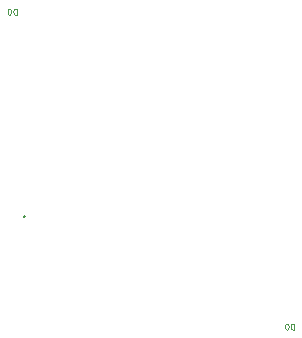
<source format=gbo>
G04 #@! TF.GenerationSoftware,KiCad,Pcbnew,7.0.1*
G04 #@! TF.CreationDate,2023-03-21T23:46:41-06:00*
G04 #@! TF.ProjectId,Arm_PCB,41726d5f-5043-4422-9e6b-696361645f70,rev?*
G04 #@! TF.SameCoordinates,Original*
G04 #@! TF.FileFunction,Legend,Bot*
G04 #@! TF.FilePolarity,Positive*
%FSLAX46Y46*%
G04 Gerber Fmt 4.6, Leading zero omitted, Abs format (unit mm)*
G04 Created by KiCad (PCBNEW 7.0.1) date 2023-03-21 23:46:41*
%MOMM*%
%LPD*%
G01*
G04 APERTURE LIST*
%ADD10C,0.075000*%
%ADD11C,0.150000*%
%ADD12C,4.300000*%
%ADD13R,3.000000X3.000000*%
%ADD14C,3.000000*%
%ADD15C,5.000000*%
%ADD16C,1.500000*%
%ADD17R,1.700000X1.700000*%
%ADD18O,1.700000X1.700000*%
%ADD19C,2.000000*%
%ADD20C,5.500000*%
%ADD21C,1.800000*%
%ADD22C,1.727200*%
%ADD23R,1.727200X1.727200*%
%ADD24R,2.000000X2.000000*%
%ADD25C,3.200000*%
%ADD26O,1.727200X1.727200*%
G04 APERTURE END LIST*
D10*
X228334047Y-169141309D02*
X228334047Y-168641309D01*
X228334047Y-168641309D02*
X228214999Y-168641309D01*
X228214999Y-168641309D02*
X228143571Y-168665119D01*
X228143571Y-168665119D02*
X228095952Y-168712738D01*
X228095952Y-168712738D02*
X228072142Y-168760357D01*
X228072142Y-168760357D02*
X228048333Y-168855595D01*
X228048333Y-168855595D02*
X228048333Y-168927023D01*
X228048333Y-168927023D02*
X228072142Y-169022261D01*
X228072142Y-169022261D02*
X228095952Y-169069880D01*
X228095952Y-169069880D02*
X228143571Y-169117500D01*
X228143571Y-169117500D02*
X228214999Y-169141309D01*
X228214999Y-169141309D02*
X228334047Y-169141309D01*
X227738809Y-168641309D02*
X227691190Y-168641309D01*
X227691190Y-168641309D02*
X227643571Y-168665119D01*
X227643571Y-168665119D02*
X227619761Y-168688928D01*
X227619761Y-168688928D02*
X227595952Y-168736547D01*
X227595952Y-168736547D02*
X227572142Y-168831785D01*
X227572142Y-168831785D02*
X227572142Y-168950833D01*
X227572142Y-168950833D02*
X227595952Y-169046071D01*
X227595952Y-169046071D02*
X227619761Y-169093690D01*
X227619761Y-169093690D02*
X227643571Y-169117500D01*
X227643571Y-169117500D02*
X227691190Y-169141309D01*
X227691190Y-169141309D02*
X227738809Y-169141309D01*
X227738809Y-169141309D02*
X227786428Y-169117500D01*
X227786428Y-169117500D02*
X227810237Y-169093690D01*
X227810237Y-169093690D02*
X227834047Y-169046071D01*
X227834047Y-169046071D02*
X227857856Y-168950833D01*
X227857856Y-168950833D02*
X227857856Y-168831785D01*
X227857856Y-168831785D02*
X227834047Y-168736547D01*
X227834047Y-168736547D02*
X227810237Y-168688928D01*
X227810237Y-168688928D02*
X227786428Y-168665119D01*
X227786428Y-168665119D02*
X227738809Y-168641309D01*
X204839047Y-142471309D02*
X204839047Y-141971309D01*
X204839047Y-141971309D02*
X204719999Y-141971309D01*
X204719999Y-141971309D02*
X204648571Y-141995119D01*
X204648571Y-141995119D02*
X204600952Y-142042738D01*
X204600952Y-142042738D02*
X204577142Y-142090357D01*
X204577142Y-142090357D02*
X204553333Y-142185595D01*
X204553333Y-142185595D02*
X204553333Y-142257023D01*
X204553333Y-142257023D02*
X204577142Y-142352261D01*
X204577142Y-142352261D02*
X204600952Y-142399880D01*
X204600952Y-142399880D02*
X204648571Y-142447500D01*
X204648571Y-142447500D02*
X204719999Y-142471309D01*
X204719999Y-142471309D02*
X204839047Y-142471309D01*
X204243809Y-141971309D02*
X204196190Y-141971309D01*
X204196190Y-141971309D02*
X204148571Y-141995119D01*
X204148571Y-141995119D02*
X204124761Y-142018928D01*
X204124761Y-142018928D02*
X204100952Y-142066547D01*
X204100952Y-142066547D02*
X204077142Y-142161785D01*
X204077142Y-142161785D02*
X204077142Y-142280833D01*
X204077142Y-142280833D02*
X204100952Y-142376071D01*
X204100952Y-142376071D02*
X204124761Y-142423690D01*
X204124761Y-142423690D02*
X204148571Y-142447500D01*
X204148571Y-142447500D02*
X204196190Y-142471309D01*
X204196190Y-142471309D02*
X204243809Y-142471309D01*
X204243809Y-142471309D02*
X204291428Y-142447500D01*
X204291428Y-142447500D02*
X204315237Y-142423690D01*
X204315237Y-142423690D02*
X204339047Y-142376071D01*
X204339047Y-142376071D02*
X204362856Y-142280833D01*
X204362856Y-142280833D02*
X204362856Y-142161785D01*
X204362856Y-142161785D02*
X204339047Y-142066547D01*
X204339047Y-142066547D02*
X204315237Y-142018928D01*
X204315237Y-142018928D02*
X204291428Y-141995119D01*
X204291428Y-141995119D02*
X204243809Y-141971309D01*
D11*
X205485999Y-159498380D02*
X205438380Y-159546000D01*
X205438380Y-159546000D02*
X205485999Y-159593619D01*
X205485999Y-159593619D02*
X205533618Y-159546000D01*
X205533618Y-159546000D02*
X205485999Y-159498380D01*
X205485999Y-159498380D02*
X205485999Y-159593619D01*
%LPC*%
D12*
X54610000Y-182880000D03*
D13*
X183515000Y-45720000D03*
D14*
X178435000Y-45720000D03*
D15*
X241055000Y-54400000D03*
X241055000Y-123400000D03*
X284055000Y-54400000D03*
X284055000Y-123400000D03*
D13*
X275255000Y-45720000D03*
X270175000Y-45720000D03*
D16*
X254935000Y-130580000D03*
D13*
X254935000Y-132080000D03*
D16*
X249855000Y-130580000D03*
D13*
X249855000Y-132080000D03*
D16*
X275255000Y-130580000D03*
D13*
X275255000Y-132080000D03*
D16*
X270175000Y-130580000D03*
D13*
X270175000Y-132080000D03*
D16*
X265095000Y-130580000D03*
D13*
X265095000Y-132080000D03*
D16*
X260015000Y-130580000D03*
D13*
X260015000Y-132080000D03*
X265095000Y-45720000D03*
X260015000Y-45720000D03*
X254935000Y-45720000D03*
X249855000Y-45720000D03*
D12*
X368300000Y-58420000D03*
D15*
X292155000Y-54400000D03*
X292155000Y-123400000D03*
X335155000Y-54400000D03*
X335155000Y-123400000D03*
D13*
X326355000Y-45720000D03*
X321275000Y-45720000D03*
D16*
X306035000Y-130580000D03*
D13*
X306035000Y-132080000D03*
D16*
X300955000Y-130580000D03*
D13*
X300955000Y-132080000D03*
D16*
X326355000Y-130580000D03*
D13*
X326355000Y-132080000D03*
D16*
X321275000Y-130580000D03*
D13*
X321275000Y-132080000D03*
D16*
X316195000Y-130580000D03*
D13*
X316195000Y-132080000D03*
D16*
X311115000Y-130580000D03*
D13*
X311115000Y-132080000D03*
X316195000Y-45720000D03*
X311115000Y-45720000D03*
X306035000Y-45720000D03*
X300955000Y-45720000D03*
D12*
X370840000Y-186690000D03*
X142240000Y-91440000D03*
D17*
X281315000Y-165740000D03*
D18*
X281315000Y-163200000D03*
X283855000Y-165740000D03*
X283855000Y-163200000D03*
X286395000Y-165740000D03*
X286395000Y-163200000D03*
X288935000Y-165740000D03*
X288935000Y-163200000D03*
D17*
X297825000Y-165740000D03*
D18*
X297825000Y-163200000D03*
X300365000Y-165740000D03*
X300365000Y-163200000D03*
X302905000Y-165740000D03*
X302905000Y-163200000D03*
X305445000Y-165740000D03*
X305445000Y-163200000D03*
D17*
X103505000Y-183515000D03*
D18*
X106045000Y-183515000D03*
D13*
X285115000Y-45720000D03*
D14*
X280035000Y-45720000D03*
D19*
X364415000Y-170180000D03*
X370915000Y-170180000D03*
X364415000Y-174680000D03*
X370915000Y-174680000D03*
D17*
X99060000Y-160020000D03*
D18*
X101600000Y-160020000D03*
X99060000Y-162560000D03*
X101600000Y-162560000D03*
X99060000Y-165100000D03*
X101600000Y-165100000D03*
X99060000Y-167640000D03*
X101600000Y-167640000D03*
D15*
X189955000Y-54400000D03*
X189955000Y-123400000D03*
X232955000Y-54400000D03*
X232955000Y-123400000D03*
D13*
X224155000Y-45720000D03*
X219075000Y-45720000D03*
D16*
X203835000Y-130580000D03*
D13*
X203835000Y-132080000D03*
D16*
X198755000Y-130580000D03*
D13*
X198755000Y-132080000D03*
D16*
X224155000Y-130580000D03*
D13*
X224155000Y-132080000D03*
D16*
X219075000Y-130580000D03*
D13*
X219075000Y-132080000D03*
D16*
X213995000Y-130580000D03*
D13*
X213995000Y-132080000D03*
D16*
X208915000Y-130580000D03*
D13*
X208915000Y-132080000D03*
X213995000Y-45720000D03*
X208915000Y-45720000D03*
X203835000Y-45720000D03*
X198755000Y-45720000D03*
D12*
X218440000Y-92710000D03*
D13*
X86360000Y-167640000D03*
D14*
X86360000Y-162560000D03*
D17*
X160020000Y-172085000D03*
D18*
X160020000Y-169545000D03*
X162560000Y-172085000D03*
X162560000Y-169545000D03*
D19*
X364415000Y-152400000D03*
X370915000Y-152400000D03*
X364415000Y-156900000D03*
X370915000Y-156900000D03*
X364415000Y-143455000D03*
X370915000Y-143455000D03*
X364415000Y-147955000D03*
X370915000Y-147955000D03*
D17*
X135890000Y-182245000D03*
D18*
X138430000Y-182245000D03*
X135890000Y-184785000D03*
X138430000Y-184785000D03*
X135890000Y-187325000D03*
X138430000Y-187325000D03*
D13*
X86360000Y-180340000D03*
D14*
X86360000Y-175260000D03*
D13*
X71120000Y-180340000D03*
D14*
X71120000Y-175260000D03*
D13*
X234315000Y-45720000D03*
D14*
X229235000Y-45720000D03*
D13*
X86360000Y-154940000D03*
D14*
X86360000Y-149860000D03*
D15*
X138855000Y-54400000D03*
X138855000Y-123400000D03*
X181855000Y-54400000D03*
X181855000Y-123400000D03*
D13*
X173055000Y-45720000D03*
X167975000Y-45720000D03*
D16*
X152735000Y-130580000D03*
D13*
X152735000Y-132080000D03*
D16*
X147655000Y-130580000D03*
D13*
X147655000Y-132080000D03*
D16*
X173055000Y-130580000D03*
D13*
X173055000Y-132080000D03*
D16*
X167975000Y-130580000D03*
D13*
X167975000Y-132080000D03*
D16*
X162895000Y-130580000D03*
D13*
X162895000Y-132080000D03*
D16*
X157815000Y-130580000D03*
D13*
X157815000Y-132080000D03*
X162895000Y-45720000D03*
X157815000Y-45720000D03*
X152735000Y-45720000D03*
X147655000Y-45720000D03*
X347980000Y-45720000D03*
D14*
X342900000Y-45720000D03*
D12*
X330200000Y-92710000D03*
D20*
X363220000Y-134940000D03*
X363220000Y-47940000D03*
D13*
X345940000Y-119380000D03*
X345940000Y-114300000D03*
D16*
X347440000Y-68580000D03*
D13*
X345940000Y-68580000D03*
D16*
X347440000Y-63500000D03*
D13*
X345940000Y-63500000D03*
D16*
X347440000Y-88900000D03*
D13*
X345940000Y-88900000D03*
D16*
X347440000Y-83820000D03*
D13*
X345940000Y-83820000D03*
D16*
X347440000Y-78740000D03*
D13*
X345940000Y-78740000D03*
D16*
X347440000Y-73660000D03*
D13*
X345940000Y-73660000D03*
X345940000Y-109220000D03*
X345940000Y-104140000D03*
X345940000Y-99060000D03*
X345940000Y-93980000D03*
D17*
X139700000Y-142875000D03*
D18*
X142240000Y-142875000D03*
X139700000Y-145415000D03*
X142240000Y-145415000D03*
X139700000Y-147955000D03*
X142240000Y-147955000D03*
D17*
X140985000Y-172725000D03*
D18*
X140985000Y-170185000D03*
X143525000Y-172725000D03*
X143525000Y-170185000D03*
X146065000Y-172725000D03*
X146065000Y-170185000D03*
D17*
X281305000Y-145415000D03*
D18*
X283845000Y-145415000D03*
X286385000Y-145415000D03*
D15*
X87755000Y-54400000D03*
X87755000Y-123400000D03*
X130755000Y-54400000D03*
X130755000Y-123400000D03*
D13*
X121955000Y-45720000D03*
X116875000Y-45720000D03*
D16*
X101635000Y-130580000D03*
D13*
X101635000Y-132080000D03*
D16*
X96555000Y-130580000D03*
D13*
X96555000Y-132080000D03*
D16*
X121955000Y-130580000D03*
D13*
X121955000Y-132080000D03*
D16*
X116875000Y-130580000D03*
D13*
X116875000Y-132080000D03*
D16*
X111795000Y-130580000D03*
D13*
X111795000Y-132080000D03*
D16*
X106715000Y-130580000D03*
D13*
X106715000Y-132080000D03*
X111795000Y-45720000D03*
X106715000Y-45720000D03*
X101635000Y-45720000D03*
X96555000Y-45720000D03*
D12*
X191770000Y-46990000D03*
D13*
X55880000Y-172720000D03*
D14*
X55880000Y-167640000D03*
D17*
X299735000Y-142875000D03*
D18*
X302275000Y-142875000D03*
X299735000Y-145415000D03*
X302275000Y-145415000D03*
D12*
X293370000Y-46990000D03*
D17*
X281320000Y-140970000D03*
D18*
X283860000Y-140970000D03*
X286400000Y-140970000D03*
D17*
X112395000Y-183515000D03*
D18*
X114935000Y-183515000D03*
D12*
X90170000Y-46990000D03*
D21*
X222885000Y-170815000D03*
X263525000Y-170815000D03*
X222885000Y-155575000D03*
X263525000Y-155575000D03*
D22*
X258445000Y-155575000D03*
X233045000Y-155575000D03*
X253365000Y-155575000D03*
X250825000Y-155575000D03*
X248285000Y-155575000D03*
X245745000Y-155575000D03*
X243205000Y-155575000D03*
X240665000Y-155575000D03*
X238125000Y-155575000D03*
X235585000Y-155575000D03*
X255905000Y-155575000D03*
X227965000Y-170815000D03*
X225425000Y-170815000D03*
X235585000Y-170815000D03*
X238125000Y-170815000D03*
X240665000Y-170815000D03*
X243205000Y-170815000D03*
X245745000Y-170815000D03*
X248285000Y-170815000D03*
X250825000Y-170815000D03*
X253365000Y-170815000D03*
X255905000Y-170815000D03*
X258445000Y-170815000D03*
X260985000Y-170815000D03*
X260985000Y-155575000D03*
D23*
X233045000Y-170815000D03*
X227965000Y-155575000D03*
D22*
X230505000Y-170815000D03*
X230505000Y-155575000D03*
X225425000Y-155575000D03*
D17*
X281315000Y-155580000D03*
D18*
X281315000Y-153040000D03*
X283855000Y-155580000D03*
X283855000Y-153040000D03*
X286395000Y-155580000D03*
X286395000Y-153040000D03*
X288935000Y-155580000D03*
X288935000Y-153040000D03*
D13*
X336550000Y-45720000D03*
D14*
X331470000Y-45720000D03*
D13*
X82550000Y-45720000D03*
D14*
X77470000Y-45720000D03*
D13*
X53340000Y-154940000D03*
D14*
X53340000Y-149860000D03*
D24*
X147340000Y-184150000D03*
D19*
X154940000Y-184150000D03*
D13*
X132080000Y-45720000D03*
D14*
X127000000Y-45720000D03*
D17*
X120015000Y-142240000D03*
D18*
X122555000Y-142240000D03*
X120015000Y-144780000D03*
X122555000Y-144780000D03*
X120015000Y-147320000D03*
X122555000Y-147320000D03*
X120015000Y-149860000D03*
X122555000Y-149860000D03*
X120015000Y-152400000D03*
X122555000Y-152400000D03*
X120015000Y-154940000D03*
X122555000Y-154940000D03*
X120015000Y-157480000D03*
X122555000Y-157480000D03*
D17*
X297825000Y-155580000D03*
D18*
X297825000Y-153040000D03*
X300365000Y-155580000D03*
X300365000Y-153040000D03*
X302905000Y-155580000D03*
X302905000Y-153040000D03*
X305445000Y-155580000D03*
X305445000Y-153040000D03*
D20*
X61460000Y-47940000D03*
X61460000Y-134940000D03*
D13*
X78740000Y-63500000D03*
X78740000Y-68580000D03*
D16*
X77240000Y-114300000D03*
D13*
X78740000Y-114300000D03*
D16*
X77240000Y-119380000D03*
D13*
X78740000Y-119380000D03*
D16*
X77240000Y-93980000D03*
D13*
X78740000Y-93980000D03*
D16*
X77240000Y-99060000D03*
D13*
X78740000Y-99060000D03*
D16*
X77240000Y-104140000D03*
D13*
X78740000Y-104140000D03*
D16*
X77240000Y-109220000D03*
D13*
X78740000Y-109220000D03*
X78740000Y-73660000D03*
X78740000Y-78740000D03*
X78740000Y-83820000D03*
X78740000Y-88900000D03*
D17*
X159385000Y-142875000D03*
D18*
X161925000Y-142875000D03*
X159385000Y-145415000D03*
X161925000Y-145415000D03*
X159385000Y-147955000D03*
X161925000Y-147955000D03*
D17*
X99060000Y-142240000D03*
D18*
X101600000Y-142240000D03*
X99060000Y-144780000D03*
X101600000Y-144780000D03*
X99060000Y-147320000D03*
X101600000Y-147320000D03*
X99060000Y-149860000D03*
X101600000Y-149860000D03*
D19*
X364415000Y-161290000D03*
X370915000Y-161290000D03*
X364415000Y-165790000D03*
X370915000Y-165790000D03*
D17*
X122555000Y-183515000D03*
D18*
X125095000Y-183515000D03*
D13*
X71120000Y-154940000D03*
D14*
X71120000Y-149860000D03*
D25*
X254000000Y-188595000D03*
X252730000Y-140335000D03*
D26*
X240030000Y-188595000D03*
D25*
X201930000Y-183515000D03*
X201930000Y-155575000D03*
X177800000Y-140335000D03*
X171450000Y-188595000D03*
D26*
X232410000Y-188595000D03*
X229870000Y-188595000D03*
X201803000Y-160655000D03*
X173990000Y-140335000D03*
X171450000Y-140335000D03*
X217170000Y-188595000D03*
X214630000Y-188595000D03*
X212090000Y-188595000D03*
X209550000Y-188595000D03*
X207010000Y-188595000D03*
X204470000Y-188595000D03*
X201930000Y-188595000D03*
X199390000Y-188595000D03*
X194310000Y-188595000D03*
X191770000Y-188595000D03*
X189230000Y-188595000D03*
X186690000Y-188595000D03*
X184150000Y-188595000D03*
X181610000Y-188595000D03*
X179070000Y-188595000D03*
X176530000Y-188595000D03*
X244094000Y-140335000D03*
X204470000Y-140335000D03*
X207010000Y-140335000D03*
X209550000Y-140335000D03*
X212090000Y-140335000D03*
X214630000Y-140335000D03*
X217170000Y-140335000D03*
X219710000Y-140335000D03*
X222250000Y-140335000D03*
X226314000Y-140335000D03*
X228854000Y-140335000D03*
X231394000Y-140335000D03*
X233934000Y-140335000D03*
X236474000Y-140335000D03*
X239014000Y-140335000D03*
X199390000Y-140335000D03*
X196850000Y-140335000D03*
X194310000Y-140335000D03*
X191770000Y-140335000D03*
X189230000Y-140335000D03*
X186690000Y-140335000D03*
X184150000Y-140335000D03*
X181610000Y-140335000D03*
X173990000Y-142875000D03*
X171450000Y-142875000D03*
X173990000Y-145415000D03*
X171450000Y-145415000D03*
X173990000Y-147955000D03*
X171450000Y-147955000D03*
X173990000Y-150495000D03*
X171450000Y-150495000D03*
X173990000Y-153035000D03*
X171450000Y-153035000D03*
X173990000Y-155575000D03*
X171450000Y-155575000D03*
X173990000Y-158115000D03*
X171450000Y-158115000D03*
X173990000Y-160655000D03*
X171450000Y-160655000D03*
X173990000Y-163195000D03*
X171450000Y-163195000D03*
X173990000Y-165735000D03*
X171450000Y-165735000D03*
X173990000Y-168275000D03*
X171450000Y-168275000D03*
X173990000Y-170815000D03*
X171450000Y-170815000D03*
X173990000Y-173355000D03*
X171450000Y-173355000D03*
X173990000Y-175895000D03*
X171450000Y-175895000D03*
X173990000Y-178435000D03*
X171450000Y-178435000D03*
X173990000Y-180975000D03*
X171450000Y-180975000D03*
D23*
X241554000Y-140335000D03*
X227330000Y-188595000D03*
X224790000Y-188595000D03*
X201803000Y-165735000D03*
X173990000Y-183515000D03*
X171450000Y-183515000D03*
D26*
X237490000Y-188595000D03*
X204343000Y-160655000D03*
X201803000Y-163195000D03*
X234950000Y-188595000D03*
X204343000Y-165735000D03*
X204343000Y-163195000D03*
X249174000Y-140335000D03*
X246634000Y-140335000D03*
X222250000Y-188595000D03*
M02*

</source>
